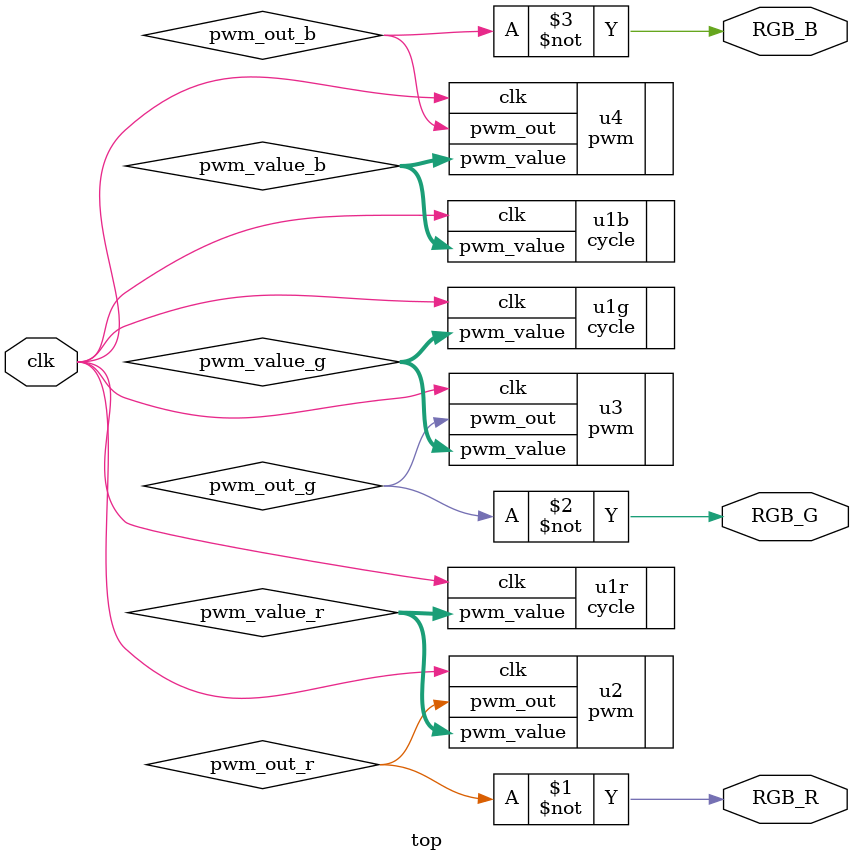
<source format=sv>
`include "cycle.sv"
`include "pwm.sv"

module top #(
  parameter PWM_INTERVAL = 1200
)(
  input logic clk,
  output logic RGB_R,
  output logic RGB_G,
  output logic RGB_B
);

    logic [$clog2(PWM_INTERVAL) - 1:0] pwm_value_r;
    logic [$clog2(PWM_INTERVAL) - 1:0] pwm_value_g;
    logic [$clog2(PWM_INTERVAL) - 1:0] pwm_value_b;
    logic pwm_out_r;
    logic pwm_out_g;
    logic pwm_out_b;

    cycle #(
        .INC_DEC_INTERVAL (6000),
        .INC_DEC_MAX      (300),
        .PWM_INTERVAL     (PWM_INTERVAL),
        .START_STATE      (3)
    ) u1r (
        .clk            (clk), 
        .pwm_value      (pwm_value_r)
    );

    cycle #(
        .INC_DEC_INTERVAL (6000),
        .INC_DEC_MAX      (300),
        .PWM_INTERVAL     (PWM_INTERVAL),
        .START_STATE      (0)
    ) u1g (
        .clk            (clk), 
        .pwm_value      (pwm_value_g)
    );

    cycle #(
        .INC_DEC_INTERVAL (6000),
        .INC_DEC_MAX      (300),
        .PWM_INTERVAL     (PWM_INTERVAL),
        .START_STATE      (4)
    ) u1b (
        .clk            (clk), 
        .pwm_value      (pwm_value_b)
    );

    pwm #(
        .PWM_INTERVAL   (PWM_INTERVAL)
    ) u2 (
        .clk            (clk), 
        .pwm_value      (pwm_value_r), 
        .pwm_out        (pwm_out_r)
    );

    pwm #(
        .PWM_INTERVAL   (PWM_INTERVAL)
    ) u3 (
        .clk            (clk), 
        .pwm_value      (pwm_value_g), 
        .pwm_out        (pwm_out_g)
    );

    pwm #(
        .PWM_INTERVAL   (PWM_INTERVAL)
    ) u4 (
        .clk            (clk), 
        .pwm_value      (pwm_value_b), 
        .pwm_out        (pwm_out_b)
    );

    assign RGB_R = ~pwm_out_r;
    assign RGB_G = ~pwm_out_g;
    assign RGB_B = ~pwm_out_b;

endmodule

</source>
